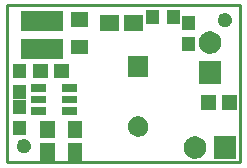
<source format=gbr>
G04 #@! TF.FileFunction,Soldermask,Top*
%FSLAX46Y46*%
G04 Gerber Fmt 4.6, Leading zero omitted, Abs format (unit mm)*
G04 Created by KiCad (PCBNEW no-vcs-found-product) date 20.07.2015 (пн) 10,43,29 EEST*
%MOMM*%
G01*
G04 APERTURE LIST*
%ADD10C,0.100000*%
%ADD11C,0.254000*%
G04 APERTURE END LIST*
D10*
D11*
X38100000Y-15875000D02*
X18415000Y-15875000D01*
X18415000Y-29210000D02*
X18415000Y-15875000D01*
X38100000Y-29210000D02*
X18415000Y-29210000D01*
X38100000Y-15875000D02*
X38100000Y-29210000D01*
D10*
G36*
X19989800Y-22021800D02*
X18872200Y-22021800D01*
X18872200Y-20904200D01*
X19989800Y-20904200D01*
X19989800Y-22021800D01*
X19989800Y-22021800D01*
G37*
G36*
X19989800Y-23799800D02*
X18872200Y-23799800D01*
X18872200Y-22682200D01*
X19989800Y-22682200D01*
X19989800Y-23799800D01*
X19989800Y-23799800D01*
G37*
G36*
X19989800Y-25069800D02*
X18872200Y-25069800D01*
X18872200Y-23952200D01*
X19989800Y-23952200D01*
X19989800Y-25069800D01*
X19989800Y-25069800D01*
G37*
G36*
X19989800Y-26847800D02*
X18872200Y-26847800D01*
X18872200Y-25730200D01*
X19989800Y-25730200D01*
X19989800Y-26847800D01*
X19989800Y-26847800D01*
G37*
G36*
X20412026Y-27754167D02*
X20410149Y-27888564D01*
X20410073Y-27888897D01*
X20410073Y-27888910D01*
X20384084Y-28003305D01*
X20336223Y-28110800D01*
X20268398Y-28206949D01*
X20183182Y-28288098D01*
X20083837Y-28351145D01*
X19974133Y-28393697D01*
X19858257Y-28414128D01*
X19740616Y-28411664D01*
X19625688Y-28386396D01*
X19517867Y-28339290D01*
X19421246Y-28272136D01*
X19339506Y-28187492D01*
X19275767Y-28088589D01*
X19232451Y-27979185D01*
X19211209Y-27863447D01*
X19212852Y-27745794D01*
X19237315Y-27630702D01*
X19283671Y-27522548D01*
X19350148Y-27425460D01*
X19434219Y-27343132D01*
X19532675Y-27278704D01*
X19641777Y-27234624D01*
X19757354Y-27212576D01*
X19875020Y-27213398D01*
X19990285Y-27237059D01*
X20098755Y-27282655D01*
X20196308Y-27348455D01*
X20279217Y-27431945D01*
X20344336Y-27529956D01*
X20389171Y-27638737D01*
X20389171Y-27638742D01*
X20411960Y-27753823D01*
X20411959Y-27753832D01*
X20412026Y-27754167D01*
X20412026Y-27754167D01*
G37*
G36*
X21702800Y-23251800D02*
X20401200Y-23251800D01*
X20401200Y-22600200D01*
X21702800Y-22600200D01*
X21702800Y-23251800D01*
X21702800Y-23251800D01*
G37*
G36*
X21702800Y-24201800D02*
X20401200Y-24201800D01*
X20401200Y-23550200D01*
X21702800Y-23550200D01*
X21702800Y-24201800D01*
X21702800Y-24201800D01*
G37*
G36*
X21702800Y-25151800D02*
X20401200Y-25151800D01*
X20401200Y-24500200D01*
X21702800Y-24500200D01*
X21702800Y-25151800D01*
X21702800Y-25151800D01*
G37*
G36*
X21817000Y-22071000D02*
X20601000Y-22071000D01*
X20601000Y-20855000D01*
X21817000Y-20855000D01*
X21817000Y-22071000D01*
X21817000Y-22071000D01*
G37*
G36*
X22459500Y-27166000D02*
X21209500Y-27166000D01*
X21209500Y-25666000D01*
X22459500Y-25666000D01*
X22459500Y-27166000D01*
X22459500Y-27166000D01*
G37*
G36*
X22459500Y-29071000D02*
X21209500Y-29071000D01*
X21209500Y-27571000D01*
X22459500Y-27571000D01*
X22459500Y-29071000D01*
X22459500Y-29071000D01*
G37*
G36*
X23136800Y-18065800D02*
X19535200Y-18065800D01*
X19535200Y-16364200D01*
X23136800Y-16364200D01*
X23136800Y-18065800D01*
X23136800Y-18065800D01*
G37*
G36*
X23136800Y-20465800D02*
X19535200Y-20465800D01*
X19535200Y-18764200D01*
X23136800Y-18764200D01*
X23136800Y-20465800D01*
X23136800Y-20465800D01*
G37*
G36*
X23595000Y-22071000D02*
X22379000Y-22071000D01*
X22379000Y-20855000D01*
X23595000Y-20855000D01*
X23595000Y-22071000D01*
X23595000Y-22071000D01*
G37*
G36*
X24302800Y-23251800D02*
X23001200Y-23251800D01*
X23001200Y-22600200D01*
X24302800Y-22600200D01*
X24302800Y-23251800D01*
X24302800Y-23251800D01*
G37*
G36*
X24302800Y-24201800D02*
X23001200Y-24201800D01*
X23001200Y-23550200D01*
X24302800Y-23550200D01*
X24302800Y-24201800D01*
X24302800Y-24201800D01*
G37*
G36*
X24302800Y-25151800D02*
X23001200Y-25151800D01*
X23001200Y-24500200D01*
X24302800Y-24500200D01*
X24302800Y-25151800D01*
X24302800Y-25151800D01*
G37*
G36*
X24764500Y-27166000D02*
X23514500Y-27166000D01*
X23514500Y-25666000D01*
X24764500Y-25666000D01*
X24764500Y-27166000D01*
X24764500Y-27166000D01*
G37*
G36*
X24764500Y-29071000D02*
X23514500Y-29071000D01*
X23514500Y-27571000D01*
X24764500Y-27571000D01*
X24764500Y-29071000D01*
X24764500Y-29071000D01*
G37*
G36*
X25261000Y-17760500D02*
X23761000Y-17760500D01*
X23761000Y-16510500D01*
X25261000Y-16510500D01*
X25261000Y-17760500D01*
X25261000Y-17760500D01*
G37*
G36*
X25261000Y-20065500D02*
X23761000Y-20065500D01*
X23761000Y-18815500D01*
X25261000Y-18815500D01*
X25261000Y-20065500D01*
X25261000Y-20065500D01*
G37*
G36*
X27863800Y-18084800D02*
X26238200Y-18084800D01*
X26238200Y-16713200D01*
X27863800Y-16713200D01*
X27863800Y-18084800D01*
X27863800Y-18084800D01*
G37*
G36*
X29895800Y-18084800D02*
X28270200Y-18084800D01*
X28270200Y-16713200D01*
X29895800Y-16713200D01*
X29895800Y-18084800D01*
X29895800Y-18084800D01*
G37*
G36*
X30326000Y-21944000D02*
X28602000Y-21944000D01*
X28602000Y-20220000D01*
X30326000Y-20220000D01*
X30326000Y-21944000D01*
X30326000Y-21944000D01*
G37*
G36*
X30326037Y-26077477D02*
X30323341Y-26270560D01*
X30323265Y-26270893D01*
X30323265Y-26270905D01*
X30285891Y-26435406D01*
X30217133Y-26589839D01*
X30119690Y-26727974D01*
X29997266Y-26844556D01*
X29854539Y-26935134D01*
X29696931Y-26996267D01*
X29530454Y-27025620D01*
X29361444Y-27022081D01*
X29196336Y-26985779D01*
X29041431Y-26918103D01*
X28902613Y-26821622D01*
X28785184Y-26700020D01*
X28693612Y-26557928D01*
X28631381Y-26400752D01*
X28600864Y-26234476D01*
X28603225Y-26065447D01*
X28638371Y-25900097D01*
X28704967Y-25744718D01*
X28800473Y-25605235D01*
X28921254Y-25486957D01*
X29062705Y-25394394D01*
X29219444Y-25331067D01*
X29385493Y-25299392D01*
X29554539Y-25300572D01*
X29720136Y-25334564D01*
X29875971Y-25400072D01*
X30016119Y-25494602D01*
X30135237Y-25614555D01*
X30228788Y-25755359D01*
X30293203Y-25911645D01*
X30325971Y-26077133D01*
X30325970Y-26077142D01*
X30326037Y-26077477D01*
X30326037Y-26077477D01*
G37*
G36*
X31292800Y-17449800D02*
X30175200Y-17449800D01*
X30175200Y-16332200D01*
X31292800Y-16332200D01*
X31292800Y-17449800D01*
X31292800Y-17449800D01*
G37*
G36*
X33070800Y-17449800D02*
X31953200Y-17449800D01*
X31953200Y-16332200D01*
X33070800Y-16332200D01*
X33070800Y-17449800D01*
X33070800Y-17449800D01*
G37*
G36*
X34340800Y-17957800D02*
X33223200Y-17957800D01*
X33223200Y-16840200D01*
X34340800Y-16840200D01*
X34340800Y-17957800D01*
X34340800Y-17957800D01*
G37*
G36*
X34340800Y-19735800D02*
X33223200Y-19735800D01*
X33223200Y-18618200D01*
X34340800Y-18618200D01*
X34340800Y-19735800D01*
X34340800Y-19735800D01*
G37*
G36*
X35240841Y-27846769D02*
X35237867Y-28059743D01*
X35237790Y-28060081D01*
X35237790Y-28060085D01*
X35196558Y-28241575D01*
X35120718Y-28411913D01*
X35013236Y-28564278D01*
X35013234Y-28564279D01*
X34878204Y-28692866D01*
X34878201Y-28692870D01*
X34720770Y-28792778D01*
X34546926Y-28860209D01*
X34363300Y-28892586D01*
X34363297Y-28892585D01*
X34176879Y-28888682D01*
X33994765Y-28848640D01*
X33994761Y-28848640D01*
X33823902Y-28773994D01*
X33823898Y-28773991D01*
X33670782Y-28667573D01*
X33541256Y-28533444D01*
X33440251Y-28376715D01*
X33371609Y-28203347D01*
X33337948Y-28019943D01*
X33340552Y-27833501D01*
X33379318Y-27651117D01*
X33452774Y-27479734D01*
X33505448Y-27402806D01*
X33558120Y-27325880D01*
X33558121Y-27325878D01*
X33558122Y-27325878D01*
X33691343Y-27195417D01*
X33847366Y-27093318D01*
X34020251Y-27023469D01*
X34203406Y-26988530D01*
X34389866Y-26989832D01*
X34572521Y-27027326D01*
X34744411Y-27099581D01*
X34898996Y-27203851D01*
X34898998Y-27203852D01*
X35030385Y-27336159D01*
X35133569Y-27491465D01*
X35133569Y-27491466D01*
X35204625Y-27663857D01*
X35240774Y-27846425D01*
X35240773Y-27846430D01*
X35240841Y-27846769D01*
X35240841Y-27846769D01*
G37*
G36*
X36048000Y-24760000D02*
X34818000Y-24760000D01*
X34818000Y-23500000D01*
X36048000Y-23500000D01*
X36048000Y-24760000D01*
X36048000Y-24760000D01*
G37*
G36*
X36510800Y-22540800D02*
X34609200Y-22540800D01*
X34609200Y-20639200D01*
X36510800Y-20639200D01*
X36510800Y-22540800D01*
X36510800Y-22540800D01*
G37*
G36*
X36510841Y-18956769D02*
X36507867Y-19169743D01*
X36507790Y-19170081D01*
X36507790Y-19170085D01*
X36466558Y-19351575D01*
X36390718Y-19521913D01*
X36283236Y-19674278D01*
X36283234Y-19674279D01*
X36148204Y-19802866D01*
X36148201Y-19802870D01*
X35990770Y-19902778D01*
X35816926Y-19970209D01*
X35633300Y-20002586D01*
X35633297Y-20002585D01*
X35446879Y-19998682D01*
X35264765Y-19958640D01*
X35264761Y-19958640D01*
X35093902Y-19883994D01*
X35093898Y-19883991D01*
X34940782Y-19777573D01*
X34811256Y-19643444D01*
X34710251Y-19486715D01*
X34641609Y-19313347D01*
X34607948Y-19129943D01*
X34610552Y-18943501D01*
X34649318Y-18761117D01*
X34722774Y-18589734D01*
X34775448Y-18512806D01*
X34828120Y-18435880D01*
X34828121Y-18435878D01*
X34828122Y-18435878D01*
X34961343Y-18305417D01*
X35117366Y-18203318D01*
X35290251Y-18133469D01*
X35473406Y-18098530D01*
X35659866Y-18099832D01*
X35842521Y-18137326D01*
X36014411Y-18209581D01*
X36168996Y-18313851D01*
X36168998Y-18313852D01*
X36300385Y-18446159D01*
X36403569Y-18601465D01*
X36403569Y-18601466D01*
X36474625Y-18773857D01*
X36510774Y-18956425D01*
X36510773Y-18956430D01*
X36510841Y-18956769D01*
X36510841Y-18956769D01*
G37*
G36*
X37430026Y-17086167D02*
X37428149Y-17220564D01*
X37428073Y-17220897D01*
X37428073Y-17220910D01*
X37402084Y-17335305D01*
X37354223Y-17442800D01*
X37286398Y-17538949D01*
X37201182Y-17620098D01*
X37101837Y-17683145D01*
X36992133Y-17725697D01*
X36876257Y-17746128D01*
X36758616Y-17743664D01*
X36643688Y-17718396D01*
X36535867Y-17671290D01*
X36439246Y-17604136D01*
X36357506Y-17519492D01*
X36293767Y-17420589D01*
X36250451Y-17311185D01*
X36229209Y-17195447D01*
X36230852Y-17077794D01*
X36255315Y-16962702D01*
X36301671Y-16854548D01*
X36368148Y-16757460D01*
X36452219Y-16675132D01*
X36550675Y-16610704D01*
X36659777Y-16566624D01*
X36775354Y-16544576D01*
X36893020Y-16545398D01*
X37008285Y-16569059D01*
X37116755Y-16614655D01*
X37214308Y-16680455D01*
X37297217Y-16763945D01*
X37362336Y-16861956D01*
X37407171Y-16970737D01*
X37407171Y-16970742D01*
X37429960Y-17085823D01*
X37429959Y-17085832D01*
X37430026Y-17086167D01*
X37430026Y-17086167D01*
G37*
G36*
X37780800Y-28890800D02*
X35879200Y-28890800D01*
X35879200Y-26989200D01*
X37780800Y-26989200D01*
X37780800Y-28890800D01*
X37780800Y-28890800D01*
G37*
G36*
X37826000Y-24760000D02*
X36596000Y-24760000D01*
X36596000Y-23500000D01*
X37826000Y-23500000D01*
X37826000Y-24760000D01*
X37826000Y-24760000D01*
G37*
M02*

</source>
